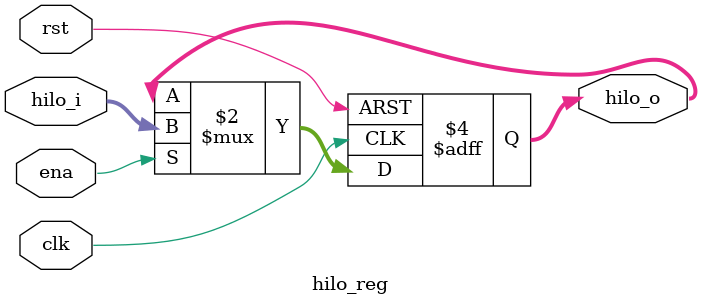
<source format=v>
`timescale 1ns / 1ps
module hilo_reg(clk,rst,ena,hilo_i,hilo_o);
	input clk;
	input rst;
	input ena;
	input [31:0]hilo_i;
	output reg[31:0]hilo_o;
	always@(posedge rst or posedge clk)
	begin
		if(rst) 
		begin
			hilo_o <= 0;
		end
	   else if(ena)
		begin
			hilo_o <= hilo_i;
		end
	end
endmodule


</source>
